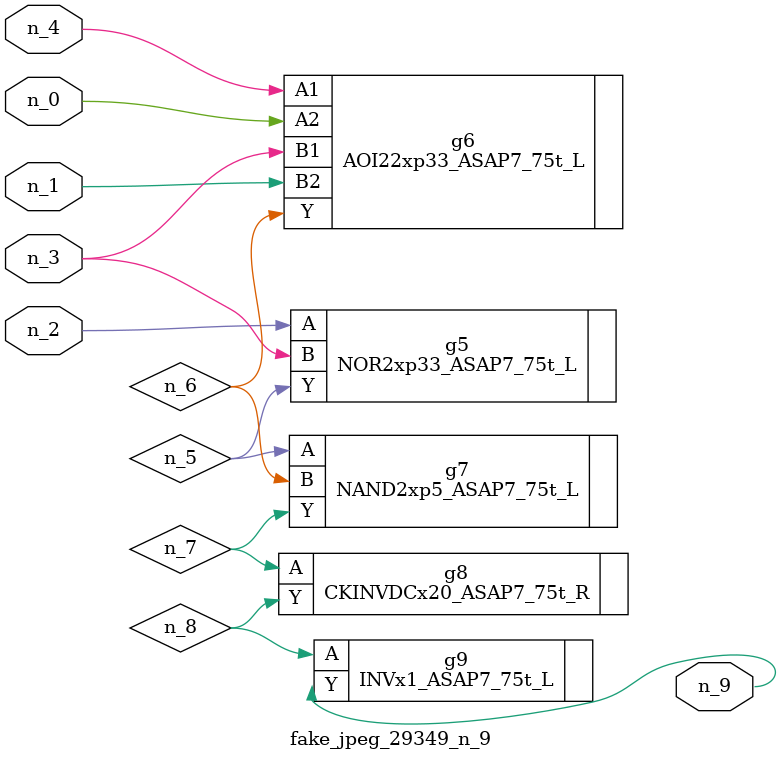
<source format=v>
module fake_jpeg_29349_n_9 (n_3, n_2, n_1, n_0, n_4, n_9);

input n_3;
input n_2;
input n_1;
input n_0;
input n_4;

output n_9;

wire n_8;
wire n_6;
wire n_5;
wire n_7;

NOR2xp33_ASAP7_75t_L g5 ( 
.A(n_2),
.B(n_3),
.Y(n_5)
);

AOI22xp33_ASAP7_75t_L g6 ( 
.A1(n_4),
.A2(n_0),
.B1(n_3),
.B2(n_1),
.Y(n_6)
);

NAND2xp5_ASAP7_75t_L g7 ( 
.A(n_5),
.B(n_6),
.Y(n_7)
);

CKINVDCx20_ASAP7_75t_R g8 ( 
.A(n_7),
.Y(n_8)
);

INVx1_ASAP7_75t_L g9 ( 
.A(n_8),
.Y(n_9)
);


endmodule
</source>
